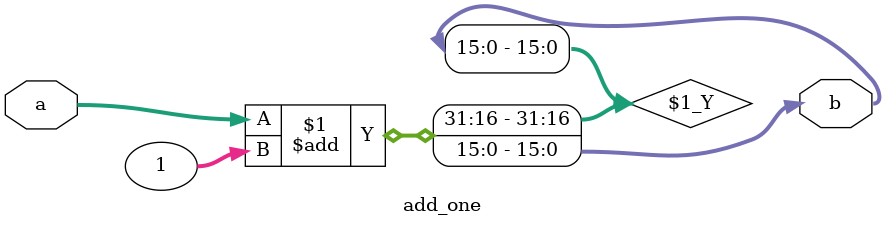
<source format=sv>
module add_one (
    input [15:0 ] a,
    output [15:0]  b
);

assign b = a + 1;


endmodule



</source>
